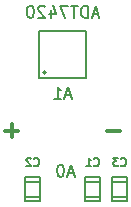
<source format=gbr>
G04 #@! TF.FileFunction,Legend,Bot*
%FSLAX46Y46*%
G04 Gerber Fmt 4.6, Leading zero omitted, Abs format (unit mm)*
G04 Created by KiCad (PCBNEW 0.201509251832+6217~30~ubuntu14.04.1-product) date lun 05 ott 2015 22:12:15 CEST*
%MOMM*%
G01*
G04 APERTURE LIST*
%ADD10C,0.200000*%
%ADD11C,0.300000*%
%ADD12C,0.127000*%
%ADD13C,0.150000*%
%ADD14C,0.175000*%
G04 APERTURE END LIST*
D10*
D11*
X154876572Y-80156857D02*
X156019429Y-80156857D01*
X147383428Y-80117143D02*
X146240571Y-80117143D01*
X146812000Y-80688571D02*
X146812000Y-79545714D01*
D10*
X151844286Y-77128667D02*
X151368095Y-77128667D01*
X151939524Y-77414381D02*
X151606191Y-76414381D01*
X151272857Y-77414381D01*
X150415714Y-77414381D02*
X150987143Y-77414381D01*
X150701429Y-77414381D02*
X150701429Y-76414381D01*
X150796667Y-76557238D01*
X150891905Y-76652476D01*
X150987143Y-76700095D01*
X152098286Y-83732667D02*
X151622095Y-83732667D01*
X152193524Y-84018381D02*
X151860191Y-83018381D01*
X151526857Y-84018381D01*
X151003048Y-83018381D02*
X150907809Y-83018381D01*
X150812571Y-83066000D01*
X150764952Y-83113619D01*
X150717333Y-83208857D01*
X150669714Y-83399333D01*
X150669714Y-83637429D01*
X150717333Y-83827905D01*
X150764952Y-83923143D01*
X150812571Y-83970762D01*
X150907809Y-84018381D01*
X151003048Y-84018381D01*
X151098286Y-83970762D01*
X151145905Y-83923143D01*
X151193524Y-83827905D01*
X151241143Y-83637429D01*
X151241143Y-83399333D01*
X151193524Y-83208857D01*
X151145905Y-83113619D01*
X151098286Y-83066000D01*
X151003048Y-83018381D01*
D12*
X154305000Y-84455000D02*
X153035000Y-84455000D01*
X154305000Y-85725000D02*
X153060400Y-85725000D01*
X154305000Y-86106000D02*
X154305000Y-84074000D01*
X154305000Y-84074000D02*
X153035000Y-84074000D01*
X153035000Y-84074000D02*
X153035000Y-86106000D01*
X153035000Y-86106000D02*
X154305000Y-86106000D01*
X147955000Y-85725000D02*
X149225000Y-85725000D01*
X147955000Y-84455000D02*
X149199600Y-84455000D01*
X147955000Y-84074000D02*
X147955000Y-86106000D01*
X147955000Y-86106000D02*
X149225000Y-86106000D01*
X149225000Y-86106000D02*
X149225000Y-84074000D01*
X149225000Y-84074000D02*
X147955000Y-84074000D01*
X155321000Y-85725000D02*
X156591000Y-85725000D01*
X155321000Y-84455000D02*
X156565600Y-84455000D01*
X155321000Y-84074000D02*
X155321000Y-86106000D01*
X155321000Y-86106000D02*
X156591000Y-86106000D01*
X156591000Y-86106000D02*
X156591000Y-84074000D01*
X156591000Y-84074000D02*
X155321000Y-84074000D01*
D13*
X149721421Y-75210000D02*
G75*
G03X149721421Y-75210000I-141421J0D01*
G01*
X149130000Y-75660000D02*
X153130000Y-75660000D01*
X153130000Y-75660000D02*
X153130000Y-71660000D01*
X153130000Y-71660000D02*
X149130000Y-71660000D01*
X149130000Y-71660000D02*
X149130000Y-75660000D01*
D14*
X153786666Y-83054000D02*
X153820000Y-83087333D01*
X153920000Y-83120667D01*
X153986666Y-83120667D01*
X154086666Y-83087333D01*
X154153333Y-83020667D01*
X154186666Y-82954000D01*
X154220000Y-82820667D01*
X154220000Y-82720667D01*
X154186666Y-82587333D01*
X154153333Y-82520667D01*
X154086666Y-82454000D01*
X153986666Y-82420667D01*
X153920000Y-82420667D01*
X153820000Y-82454000D01*
X153786666Y-82487333D01*
X153120000Y-83120667D02*
X153520000Y-83120667D01*
X153320000Y-83120667D02*
X153320000Y-82420667D01*
X153386666Y-82520667D01*
X153453333Y-82587333D01*
X153520000Y-82620667D01*
X148706666Y-83054000D02*
X148740000Y-83087333D01*
X148840000Y-83120667D01*
X148906666Y-83120667D01*
X149006666Y-83087333D01*
X149073333Y-83020667D01*
X149106666Y-82954000D01*
X149140000Y-82820667D01*
X149140000Y-82720667D01*
X149106666Y-82587333D01*
X149073333Y-82520667D01*
X149006666Y-82454000D01*
X148906666Y-82420667D01*
X148840000Y-82420667D01*
X148740000Y-82454000D01*
X148706666Y-82487333D01*
X148440000Y-82487333D02*
X148406666Y-82454000D01*
X148340000Y-82420667D01*
X148173333Y-82420667D01*
X148106666Y-82454000D01*
X148073333Y-82487333D01*
X148040000Y-82554000D01*
X148040000Y-82620667D01*
X148073333Y-82720667D01*
X148473333Y-83120667D01*
X148040000Y-83120667D01*
X156072666Y-83054000D02*
X156106000Y-83087333D01*
X156206000Y-83120667D01*
X156272666Y-83120667D01*
X156372666Y-83087333D01*
X156439333Y-83020667D01*
X156472666Y-82954000D01*
X156506000Y-82820667D01*
X156506000Y-82720667D01*
X156472666Y-82587333D01*
X156439333Y-82520667D01*
X156372666Y-82454000D01*
X156272666Y-82420667D01*
X156206000Y-82420667D01*
X156106000Y-82454000D01*
X156072666Y-82487333D01*
X155839333Y-82420667D02*
X155406000Y-82420667D01*
X155639333Y-82687333D01*
X155539333Y-82687333D01*
X155472666Y-82720667D01*
X155439333Y-82754000D01*
X155406000Y-82820667D01*
X155406000Y-82987333D01*
X155439333Y-83054000D01*
X155472666Y-83087333D01*
X155539333Y-83120667D01*
X155739333Y-83120667D01*
X155806000Y-83087333D01*
X155839333Y-83054000D01*
D13*
X154153810Y-70270667D02*
X153677619Y-70270667D01*
X154249048Y-70556381D02*
X153915715Y-69556381D01*
X153582381Y-70556381D01*
X153249048Y-70556381D02*
X153249048Y-69556381D01*
X153010953Y-69556381D01*
X152868095Y-69604000D01*
X152772857Y-69699238D01*
X152725238Y-69794476D01*
X152677619Y-69984952D01*
X152677619Y-70127810D01*
X152725238Y-70318286D01*
X152772857Y-70413524D01*
X152868095Y-70508762D01*
X153010953Y-70556381D01*
X153249048Y-70556381D01*
X152391905Y-69556381D02*
X151820476Y-69556381D01*
X152106191Y-70556381D02*
X152106191Y-69556381D01*
X151582381Y-69556381D02*
X150915714Y-69556381D01*
X151344286Y-70556381D01*
X150106190Y-69889714D02*
X150106190Y-70556381D01*
X150344286Y-69508762D02*
X150582381Y-70223048D01*
X149963333Y-70223048D01*
X149630000Y-69651619D02*
X149582381Y-69604000D01*
X149487143Y-69556381D01*
X149249047Y-69556381D01*
X149153809Y-69604000D01*
X149106190Y-69651619D01*
X149058571Y-69746857D01*
X149058571Y-69842095D01*
X149106190Y-69984952D01*
X149677619Y-70556381D01*
X149058571Y-70556381D01*
X148439524Y-69556381D02*
X148344285Y-69556381D01*
X148249047Y-69604000D01*
X148201428Y-69651619D01*
X148153809Y-69746857D01*
X148106190Y-69937333D01*
X148106190Y-70175429D01*
X148153809Y-70365905D01*
X148201428Y-70461143D01*
X148249047Y-70508762D01*
X148344285Y-70556381D01*
X148439524Y-70556381D01*
X148534762Y-70508762D01*
X148582381Y-70461143D01*
X148630000Y-70365905D01*
X148677619Y-70175429D01*
X148677619Y-69937333D01*
X148630000Y-69746857D01*
X148582381Y-69651619D01*
X148534762Y-69604000D01*
X148439524Y-69556381D01*
M02*

</source>
